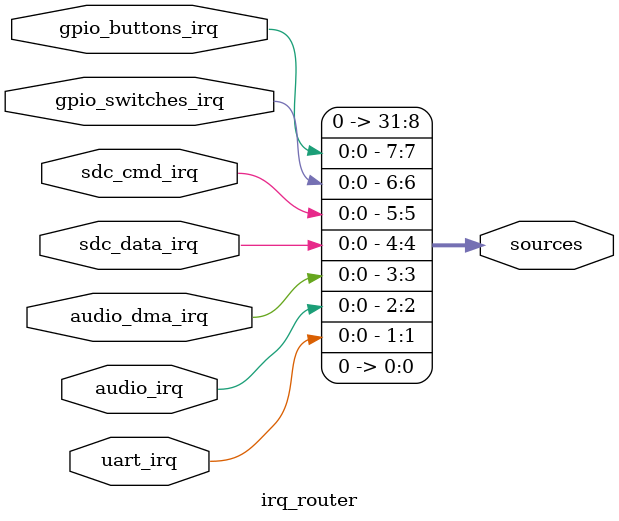
<source format=v>
module irq_router (
	input  wire uart_irq,
	input  wire audio_irq,
	input  wire audio_dma_irq,
	input  wire sdc_data_irq,
	input  wire sdc_cmd_irq,
	input  wire gpio_switches_irq,
	input  wire gpio_buttons_irq,

	output wire [31:0] sources
);

	assign sources[0] = 1'b0;
	
	assign sources[1] = uart_irq;
	assign sources[2] = audio_irq;
	assign sources[3] = audio_dma_irq;
	assign sources[4] = sdc_data_irq;
	assign sources[5] = sdc_cmd_irq;
	assign sources[6] = gpio_switches_irq;
	assign sources[7] = gpio_buttons_irq;
	
	assign sources[8]  = 1'b0;
	assign sources[9]  = 1'b0;
	assign sources[10] = 1'b0;
	assign sources[11] = 1'b0;
	assign sources[12] = 1'b0;
	assign sources[13] = 1'b0;
	assign sources[14] = 1'b0;
	assign sources[15] = 1'b0;
	assign sources[16] = 1'b0;
	assign sources[17] = 1'b0;
	assign sources[18] = 1'b0;
	assign sources[19] = 1'b0;
	assign sources[20] = 1'b0;
	assign sources[21] = 1'b0;
	assign sources[22] = 1'b0;
	assign sources[23] = 1'b0;
	assign sources[24] = 1'b0;
	assign sources[25] = 1'b0;
	assign sources[26] = 1'b0;
	assign sources[27] = 1'b0;
	assign sources[28] = 1'b0;
	assign sources[29] = 1'b0;
	assign sources[30] = 1'b0;
	assign sources[31] = 1'b0;

endmodule

</source>
